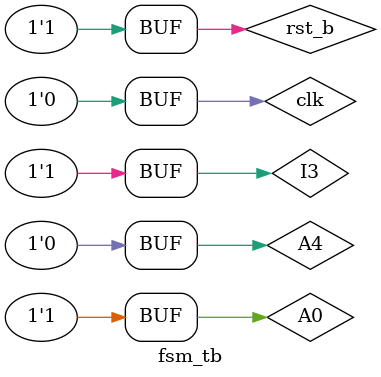
<source format=v>
module fsm(
    input A0, A4, I3,
    input clk, rst_b,
    output reg U4, U8, O3,
    output[2:0] state
);
    localparam S_I8 = 0;
    localparam S_Z4 = 1;
    localparam S_P6 = 2;
    localparam S_F3 = 3;
    localparam S_K5 = 4;
    localparam S_Z6 = 5;

    reg[2:0] st;
    reg[2:0] st_next;

    always @ (*) begin
        case ( st )
            S_I8:   if ( (I3&~A0)|(~A0&~A4) ) begin
                        st_next = S_Z6;
                    end else if ( (A0&I3)|(A0&~A4) ) begin
                        st_next = S_Z6;
                    end else if ( A4&~I3 ) begin
                        st_next = S_Z4;
                    end else if ( A4&I3&~A0 ) begin
                        st_next = S_Z4;
                    end else if ( ~A0&~A4&~I3 ) begin
                        st_next = S_P6;
                    end 
            
            S_Z4:   if ( A0&A4&I3 ) begin
                        st_next = S_Z4;
                    end else if ( A4&I3&~A0 ) begin
                        st_next = S_F3;
                    end else if ( A0&~A4&~I3 ) begin
                        st_next = S_F3;
                    end else if ( (A0&I3)|(I3&~A4) ) begin
                        st_next = S_F3;
                    end else if ( ~A4&~I3 ) begin
                        st_next = S_K5;
                    end else if ( A4&~I3 ) begin
                        st_next = S_K5;
                    end else if ( ~A0&~A4&~I3 ) begin
                        st_next = S_K5;
                    end

            S_P6:   st_next = S_K5;
            
            S_F3:   if ( A4&I3&~A0 ) begin
                        st_next = S_Z6;
                    end else if ( (A0&I3)|(~A0&~I3) ) begin
                        st_next = S_K5;
                    end else if ( A0&~I3 ) begin
                        st_next = S_Z4;
                    end else if ( I3&~A0&~A4 ) begin
                        st_next = S_Z4;
                    end
            
            S_K5:   if ( (A0&A4)|(~A0&~I3) ) begin
                        st_next = S_Z6;
                    end else if ( (A0&~A4)|(I3&~A0) ) begin
                        st_next = S_Z6;
                    end
            
            S_Z6:   st_next = S_I8;
        endcase
    end

    always @ (*) begin
        U4 = 0;
        U8 = 0;
        O3 = 0;
        case ( st )
            S_I8:   if ( (I3&~A0)|(~A0&~A4) ) begin
                        U4 = 1;
                    end else if ( (A0&I3)|(A0&~A4) ) begin
                        U8 = 1;
                    end else if ( A4&~I3 ) begin
                        U4 = 1;
                        U8 = 1;
                        O3 = 1;
                    end
            
            S_Z4:   if ( A0&A4&I3 ) begin
                        U4 = 1;
                        O3 = 1;
                    end else if ( A4&I3&~A0 ) begin
                        U4 = 1;
                        O3 = 1;
                    end else if ( (A0&I3)|(I3&~A4) ) begin
                        U4 = 1;
                    end else if ( ~A4&~I3 ) begin
                        U4 = 1;
                        U8 = 1;
                        O3 = 1;
                    end else if ( A4&~I3 ) begin
                        U8 = 1;
                        O3 = 1;
                    end else if ( ~A0&~A4&~I3 ) begin
                        U4 = 1;
                    end
            
            S_F3:   if ( A4&I3&~A0 ) begin
                        U4 = 1;
                        O3 = 1;
                    end else if ( (A0&I3)|(~A0&~I3) ) begin
                        U8 = 1;
                    end else if ( I3&~A0&~A4 ) begin
                        U8 = 1;
                    end
            
            S_K5:   if ( (A0&~A4)|(I3&~A0) ) begin
                        U8 = 1;
                        O3 = 1;
                    end
        endcase
    end

    always @ (posedge clk, negedge rst_b) begin
        if ( !rst_b ) begin
            st <= S_I8;
        end else begin
            st <= st_next;
        end
    end

    assign state = st;

endmodule

module fsm_tb;
    reg clk, rst_b;
    reg A0, A4, I3;
    wire U4, U8, O3;
    wire[2:0] state;
    
    fsm inst(.clk(clk), .rst_b(rst_b), .A0(A0), .A4(A4), .I3(I3), .U4(U4), .U8(U8), .O3(O3), .state(state)); 
    
    localparam CLK_PERIOD = 100;
    localparam RUNNING_CYCLES = 22;
    initial begin
        clk = 0;
        repeat (2*RUNNING_CYCLES) #(CLK_PERIOD/2) clk = ~clk;
    end
    
    localparam RST_DURATION = 50;
    initial begin
        rst_b = 0;
        #RST_DURATION rst_b = 1;
    end
    
    initial begin
        I3 = 0;
        #(4 * CLK_PERIOD/2) I3 = 1;
        #(4 * CLK_PERIOD/2) I3 = 0;
        #(2 * CLK_PERIOD/2) I3 = 1;
        #(2 * CLK_PERIOD/2) I3 = 0;
        #(6 * CLK_PERIOD/2) I3 = 1;
        #(2 * CLK_PERIOD/2) I3 = 0;
        #(6 * CLK_PERIOD/2) I3 = 1;
        #(2 * CLK_PERIOD/2) I3 = 0;
        #(2 * CLK_PERIOD/2) I3 = 1;
        #(2 * CLK_PERIOD/2) I3 = 0;
        #(4 * CLK_PERIOD/2) I3 = 1;
    end

    initial begin
        A0 = 1;
        #(2 * CLK_PERIOD/2) A0 = 0;
        #(8 * CLK_PERIOD/2) A0 = 1;
        #(2 * CLK_PERIOD/2) A0 = 0;
        #(2 * CLK_PERIOD/2) A0 = 1;
        #(2 * CLK_PERIOD/2) A0 = 0;
        #(6 * CLK_PERIOD/2) A0 = 1;
        #(6 * CLK_PERIOD/2) A0 = 0;
        #(2 * CLK_PERIOD/2) A0 = 1;
        #(6 * CLK_PERIOD/2) A0 = 0;
        #(2 * CLK_PERIOD/2) A0 = 1;
    end

    initial begin
        A4 = 0;
        #(2 * CLK_PERIOD/2) A4 = 1;
        #(2 * CLK_PERIOD/2) A4 = 0;
        #(2 * CLK_PERIOD/2) A4 = 1;
        #(2 * CLK_PERIOD/2) A4 = 0;
        #(8 * CLK_PERIOD/2) A4 = 1;
        #(2 * CLK_PERIOD/2) A4 = 0;
        #(2 * CLK_PERIOD/2) A4 = 1;
        #(2 * CLK_PERIOD/2) A4 = 0;
        #(4 * CLK_PERIOD/2) A4 = 1;
        #(4 * CLK_PERIOD/2) A4 = 0;
        #(2 * CLK_PERIOD/2) A4 = 1;
        #(8 * CLK_PERIOD/2) A4 = 0;
    end
endmodule
</source>
